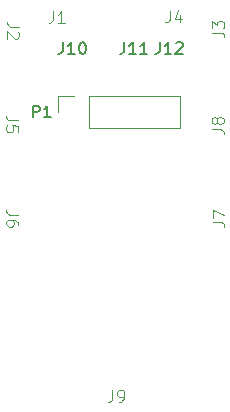
<source format=gbr>
%TF.GenerationSoftware,KiCad,Pcbnew,9.0.4*%
%TF.CreationDate,2025-09-29T17:30:01-04:00*%
%TF.ProjectId,power-board,706f7765-722d-4626-9f61-72642e6b6963,rev?*%
%TF.SameCoordinates,Original*%
%TF.FileFunction,Legend,Top*%
%TF.FilePolarity,Positive*%
%FSLAX46Y46*%
G04 Gerber Fmt 4.6, Leading zero omitted, Abs format (unit mm)*
G04 Created by KiCad (PCBNEW 9.0.4) date 2025-09-29 17:30:01*
%MOMM*%
%LPD*%
G01*
G04 APERTURE LIST*
%ADD10C,0.100000*%
%ADD11C,0.150000*%
%ADD12C,0.120000*%
G04 APERTURE END LIST*
D10*
X84691666Y-87482419D02*
X84691666Y-88196704D01*
X84691666Y-88196704D02*
X84644047Y-88339561D01*
X84644047Y-88339561D02*
X84548809Y-88434800D01*
X84548809Y-88434800D02*
X84405952Y-88482419D01*
X84405952Y-88482419D02*
X84310714Y-88482419D01*
X85215476Y-88482419D02*
X85405952Y-88482419D01*
X85405952Y-88482419D02*
X85501190Y-88434800D01*
X85501190Y-88434800D02*
X85548809Y-88387180D01*
X85548809Y-88387180D02*
X85644047Y-88244323D01*
X85644047Y-88244323D02*
X85691666Y-88053847D01*
X85691666Y-88053847D02*
X85691666Y-87672895D01*
X85691666Y-87672895D02*
X85644047Y-87577657D01*
X85644047Y-87577657D02*
X85596428Y-87530038D01*
X85596428Y-87530038D02*
X85501190Y-87482419D01*
X85501190Y-87482419D02*
X85310714Y-87482419D01*
X85310714Y-87482419D02*
X85215476Y-87530038D01*
X85215476Y-87530038D02*
X85167857Y-87577657D01*
X85167857Y-87577657D02*
X85120238Y-87672895D01*
X85120238Y-87672895D02*
X85120238Y-87910990D01*
X85120238Y-87910990D02*
X85167857Y-88006228D01*
X85167857Y-88006228D02*
X85215476Y-88053847D01*
X85215476Y-88053847D02*
X85310714Y-88101466D01*
X85310714Y-88101466D02*
X85501190Y-88101466D01*
X85501190Y-88101466D02*
X85596428Y-88053847D01*
X85596428Y-88053847D02*
X85644047Y-88006228D01*
X85644047Y-88006228D02*
X85691666Y-87910990D01*
X93107419Y-65408333D02*
X93821704Y-65408333D01*
X93821704Y-65408333D02*
X93964561Y-65455952D01*
X93964561Y-65455952D02*
X94059800Y-65551190D01*
X94059800Y-65551190D02*
X94107419Y-65694047D01*
X94107419Y-65694047D02*
X94107419Y-65789285D01*
X93535990Y-64789285D02*
X93488371Y-64884523D01*
X93488371Y-64884523D02*
X93440752Y-64932142D01*
X93440752Y-64932142D02*
X93345514Y-64979761D01*
X93345514Y-64979761D02*
X93297895Y-64979761D01*
X93297895Y-64979761D02*
X93202657Y-64932142D01*
X93202657Y-64932142D02*
X93155038Y-64884523D01*
X93155038Y-64884523D02*
X93107419Y-64789285D01*
X93107419Y-64789285D02*
X93107419Y-64598809D01*
X93107419Y-64598809D02*
X93155038Y-64503571D01*
X93155038Y-64503571D02*
X93202657Y-64455952D01*
X93202657Y-64455952D02*
X93297895Y-64408333D01*
X93297895Y-64408333D02*
X93345514Y-64408333D01*
X93345514Y-64408333D02*
X93440752Y-64455952D01*
X93440752Y-64455952D02*
X93488371Y-64503571D01*
X93488371Y-64503571D02*
X93535990Y-64598809D01*
X93535990Y-64598809D02*
X93535990Y-64789285D01*
X93535990Y-64789285D02*
X93583609Y-64884523D01*
X93583609Y-64884523D02*
X93631228Y-64932142D01*
X93631228Y-64932142D02*
X93726466Y-64979761D01*
X93726466Y-64979761D02*
X93916942Y-64979761D01*
X93916942Y-64979761D02*
X94012180Y-64932142D01*
X94012180Y-64932142D02*
X94059800Y-64884523D01*
X94059800Y-64884523D02*
X94107419Y-64789285D01*
X94107419Y-64789285D02*
X94107419Y-64598809D01*
X94107419Y-64598809D02*
X94059800Y-64503571D01*
X94059800Y-64503571D02*
X94012180Y-64455952D01*
X94012180Y-64455952D02*
X93916942Y-64408333D01*
X93916942Y-64408333D02*
X93726466Y-64408333D01*
X93726466Y-64408333D02*
X93631228Y-64455952D01*
X93631228Y-64455952D02*
X93583609Y-64503571D01*
X93583609Y-64503571D02*
X93535990Y-64598809D01*
X76717580Y-72666666D02*
X76003295Y-72666666D01*
X76003295Y-72666666D02*
X75860438Y-72619047D01*
X75860438Y-72619047D02*
X75765200Y-72523809D01*
X75765200Y-72523809D02*
X75717580Y-72380952D01*
X75717580Y-72380952D02*
X75717580Y-72285714D01*
X76717580Y-73571428D02*
X76717580Y-73380952D01*
X76717580Y-73380952D02*
X76669961Y-73285714D01*
X76669961Y-73285714D02*
X76622342Y-73238095D01*
X76622342Y-73238095D02*
X76479485Y-73142857D01*
X76479485Y-73142857D02*
X76289009Y-73095238D01*
X76289009Y-73095238D02*
X75908057Y-73095238D01*
X75908057Y-73095238D02*
X75812819Y-73142857D01*
X75812819Y-73142857D02*
X75765200Y-73190476D01*
X75765200Y-73190476D02*
X75717580Y-73285714D01*
X75717580Y-73285714D02*
X75717580Y-73476190D01*
X75717580Y-73476190D02*
X75765200Y-73571428D01*
X75765200Y-73571428D02*
X75812819Y-73619047D01*
X75812819Y-73619047D02*
X75908057Y-73666666D01*
X75908057Y-73666666D02*
X76146152Y-73666666D01*
X76146152Y-73666666D02*
X76241390Y-73619047D01*
X76241390Y-73619047D02*
X76289009Y-73571428D01*
X76289009Y-73571428D02*
X76336628Y-73476190D01*
X76336628Y-73476190D02*
X76336628Y-73285714D01*
X76336628Y-73285714D02*
X76289009Y-73190476D01*
X76289009Y-73190476D02*
X76241390Y-73142857D01*
X76241390Y-73142857D02*
X76146152Y-73095238D01*
X89541666Y-55382419D02*
X89541666Y-56096704D01*
X89541666Y-56096704D02*
X89494047Y-56239561D01*
X89494047Y-56239561D02*
X89398809Y-56334800D01*
X89398809Y-56334800D02*
X89255952Y-56382419D01*
X89255952Y-56382419D02*
X89160714Y-56382419D01*
X90446428Y-55715752D02*
X90446428Y-56382419D01*
X90208333Y-55334800D02*
X89970238Y-56049085D01*
X89970238Y-56049085D02*
X90589285Y-56049085D01*
X76767580Y-56741666D02*
X76053295Y-56741666D01*
X76053295Y-56741666D02*
X75910438Y-56694047D01*
X75910438Y-56694047D02*
X75815200Y-56598809D01*
X75815200Y-56598809D02*
X75767580Y-56455952D01*
X75767580Y-56455952D02*
X75767580Y-56360714D01*
X76672342Y-57170238D02*
X76719961Y-57217857D01*
X76719961Y-57217857D02*
X76767580Y-57313095D01*
X76767580Y-57313095D02*
X76767580Y-57551190D01*
X76767580Y-57551190D02*
X76719961Y-57646428D01*
X76719961Y-57646428D02*
X76672342Y-57694047D01*
X76672342Y-57694047D02*
X76577104Y-57741666D01*
X76577104Y-57741666D02*
X76481866Y-57741666D01*
X76481866Y-57741666D02*
X76339009Y-57694047D01*
X76339009Y-57694047D02*
X75767580Y-57122619D01*
X75767580Y-57122619D02*
X75767580Y-57741666D01*
D11*
X85690476Y-58054819D02*
X85690476Y-58769104D01*
X85690476Y-58769104D02*
X85642857Y-58911961D01*
X85642857Y-58911961D02*
X85547619Y-59007200D01*
X85547619Y-59007200D02*
X85404762Y-59054819D01*
X85404762Y-59054819D02*
X85309524Y-59054819D01*
X86690476Y-59054819D02*
X86119048Y-59054819D01*
X86404762Y-59054819D02*
X86404762Y-58054819D01*
X86404762Y-58054819D02*
X86309524Y-58197676D01*
X86309524Y-58197676D02*
X86214286Y-58292914D01*
X86214286Y-58292914D02*
X86119048Y-58340533D01*
X87642857Y-59054819D02*
X87071429Y-59054819D01*
X87357143Y-59054819D02*
X87357143Y-58054819D01*
X87357143Y-58054819D02*
X87261905Y-58197676D01*
X87261905Y-58197676D02*
X87166667Y-58292914D01*
X87166667Y-58292914D02*
X87071429Y-58340533D01*
X88690476Y-58054819D02*
X88690476Y-58769104D01*
X88690476Y-58769104D02*
X88642857Y-58911961D01*
X88642857Y-58911961D02*
X88547619Y-59007200D01*
X88547619Y-59007200D02*
X88404762Y-59054819D01*
X88404762Y-59054819D02*
X88309524Y-59054819D01*
X89690476Y-59054819D02*
X89119048Y-59054819D01*
X89404762Y-59054819D02*
X89404762Y-58054819D01*
X89404762Y-58054819D02*
X89309524Y-58197676D01*
X89309524Y-58197676D02*
X89214286Y-58292914D01*
X89214286Y-58292914D02*
X89119048Y-58340533D01*
X90071429Y-58150057D02*
X90119048Y-58102438D01*
X90119048Y-58102438D02*
X90214286Y-58054819D01*
X90214286Y-58054819D02*
X90452381Y-58054819D01*
X90452381Y-58054819D02*
X90547619Y-58102438D01*
X90547619Y-58102438D02*
X90595238Y-58150057D01*
X90595238Y-58150057D02*
X90642857Y-58245295D01*
X90642857Y-58245295D02*
X90642857Y-58340533D01*
X90642857Y-58340533D02*
X90595238Y-58483390D01*
X90595238Y-58483390D02*
X90023810Y-59054819D01*
X90023810Y-59054819D02*
X90642857Y-59054819D01*
D10*
X76692580Y-64666666D02*
X75978295Y-64666666D01*
X75978295Y-64666666D02*
X75835438Y-64619047D01*
X75835438Y-64619047D02*
X75740200Y-64523809D01*
X75740200Y-64523809D02*
X75692580Y-64380952D01*
X75692580Y-64380952D02*
X75692580Y-64285714D01*
X76692580Y-65619047D02*
X76692580Y-65142857D01*
X76692580Y-65142857D02*
X76216390Y-65095238D01*
X76216390Y-65095238D02*
X76264009Y-65142857D01*
X76264009Y-65142857D02*
X76311628Y-65238095D01*
X76311628Y-65238095D02*
X76311628Y-65476190D01*
X76311628Y-65476190D02*
X76264009Y-65571428D01*
X76264009Y-65571428D02*
X76216390Y-65619047D01*
X76216390Y-65619047D02*
X76121152Y-65666666D01*
X76121152Y-65666666D02*
X75883057Y-65666666D01*
X75883057Y-65666666D02*
X75787819Y-65619047D01*
X75787819Y-65619047D02*
X75740200Y-65571428D01*
X75740200Y-65571428D02*
X75692580Y-65476190D01*
X75692580Y-65476190D02*
X75692580Y-65238095D01*
X75692580Y-65238095D02*
X75740200Y-65142857D01*
X75740200Y-65142857D02*
X75787819Y-65095238D01*
X93182419Y-73283333D02*
X93896704Y-73283333D01*
X93896704Y-73283333D02*
X94039561Y-73330952D01*
X94039561Y-73330952D02*
X94134800Y-73426190D01*
X94134800Y-73426190D02*
X94182419Y-73569047D01*
X94182419Y-73569047D02*
X94182419Y-73664285D01*
X93182419Y-72902380D02*
X93182419Y-72235714D01*
X93182419Y-72235714D02*
X94182419Y-72664285D01*
X93157419Y-57258333D02*
X93871704Y-57258333D01*
X93871704Y-57258333D02*
X94014561Y-57305952D01*
X94014561Y-57305952D02*
X94109800Y-57401190D01*
X94109800Y-57401190D02*
X94157419Y-57544047D01*
X94157419Y-57544047D02*
X94157419Y-57639285D01*
X93157419Y-56877380D02*
X93157419Y-56258333D01*
X93157419Y-56258333D02*
X93538371Y-56591666D01*
X93538371Y-56591666D02*
X93538371Y-56448809D01*
X93538371Y-56448809D02*
X93585990Y-56353571D01*
X93585990Y-56353571D02*
X93633609Y-56305952D01*
X93633609Y-56305952D02*
X93728847Y-56258333D01*
X93728847Y-56258333D02*
X93966942Y-56258333D01*
X93966942Y-56258333D02*
X94062180Y-56305952D01*
X94062180Y-56305952D02*
X94109800Y-56353571D01*
X94109800Y-56353571D02*
X94157419Y-56448809D01*
X94157419Y-56448809D02*
X94157419Y-56734523D01*
X94157419Y-56734523D02*
X94109800Y-56829761D01*
X94109800Y-56829761D02*
X94062180Y-56877380D01*
D11*
X77951905Y-64429819D02*
X77951905Y-63429819D01*
X77951905Y-63429819D02*
X78332857Y-63429819D01*
X78332857Y-63429819D02*
X78428095Y-63477438D01*
X78428095Y-63477438D02*
X78475714Y-63525057D01*
X78475714Y-63525057D02*
X78523333Y-63620295D01*
X78523333Y-63620295D02*
X78523333Y-63763152D01*
X78523333Y-63763152D02*
X78475714Y-63858390D01*
X78475714Y-63858390D02*
X78428095Y-63906009D01*
X78428095Y-63906009D02*
X78332857Y-63953628D01*
X78332857Y-63953628D02*
X77951905Y-63953628D01*
X79475714Y-64429819D02*
X78904286Y-64429819D01*
X79190000Y-64429819D02*
X79190000Y-63429819D01*
X79190000Y-63429819D02*
X79094762Y-63572676D01*
X79094762Y-63572676D02*
X78999524Y-63667914D01*
X78999524Y-63667914D02*
X78904286Y-63715533D01*
D10*
X79666666Y-55432419D02*
X79666666Y-56146704D01*
X79666666Y-56146704D02*
X79619047Y-56289561D01*
X79619047Y-56289561D02*
X79523809Y-56384800D01*
X79523809Y-56384800D02*
X79380952Y-56432419D01*
X79380952Y-56432419D02*
X79285714Y-56432419D01*
X80666666Y-56432419D02*
X80095238Y-56432419D01*
X80380952Y-56432419D02*
X80380952Y-55432419D01*
X80380952Y-55432419D02*
X80285714Y-55575276D01*
X80285714Y-55575276D02*
X80190476Y-55670514D01*
X80190476Y-55670514D02*
X80095238Y-55718133D01*
D11*
X80490476Y-58054819D02*
X80490476Y-58769104D01*
X80490476Y-58769104D02*
X80442857Y-58911961D01*
X80442857Y-58911961D02*
X80347619Y-59007200D01*
X80347619Y-59007200D02*
X80204762Y-59054819D01*
X80204762Y-59054819D02*
X80109524Y-59054819D01*
X81490476Y-59054819D02*
X80919048Y-59054819D01*
X81204762Y-59054819D02*
X81204762Y-58054819D01*
X81204762Y-58054819D02*
X81109524Y-58197676D01*
X81109524Y-58197676D02*
X81014286Y-58292914D01*
X81014286Y-58292914D02*
X80919048Y-58340533D01*
X82109524Y-58054819D02*
X82204762Y-58054819D01*
X82204762Y-58054819D02*
X82300000Y-58102438D01*
X82300000Y-58102438D02*
X82347619Y-58150057D01*
X82347619Y-58150057D02*
X82395238Y-58245295D01*
X82395238Y-58245295D02*
X82442857Y-58435771D01*
X82442857Y-58435771D02*
X82442857Y-58673866D01*
X82442857Y-58673866D02*
X82395238Y-58864342D01*
X82395238Y-58864342D02*
X82347619Y-58959580D01*
X82347619Y-58959580D02*
X82300000Y-59007200D01*
X82300000Y-59007200D02*
X82204762Y-59054819D01*
X82204762Y-59054819D02*
X82109524Y-59054819D01*
X82109524Y-59054819D02*
X82014286Y-59007200D01*
X82014286Y-59007200D02*
X81966667Y-58959580D01*
X81966667Y-58959580D02*
X81919048Y-58864342D01*
X81919048Y-58864342D02*
X81871429Y-58673866D01*
X81871429Y-58673866D02*
X81871429Y-58435771D01*
X81871429Y-58435771D02*
X81919048Y-58245295D01*
X81919048Y-58245295D02*
X81966667Y-58150057D01*
X81966667Y-58150057D02*
X82014286Y-58102438D01*
X82014286Y-58102438D02*
X82109524Y-58054819D01*
D12*
%TO.C,P1*%
X82730000Y-62645000D02*
X90410000Y-62645000D01*
X80130000Y-62645000D02*
X81460000Y-62645000D01*
X80130000Y-63975000D02*
X80130000Y-62645000D01*
X90410000Y-65305000D02*
X90410000Y-62645000D01*
X82730000Y-65305000D02*
X82730000Y-62645000D01*
X82730000Y-65305000D02*
X90410000Y-65305000D01*
%TD*%
M02*

</source>
